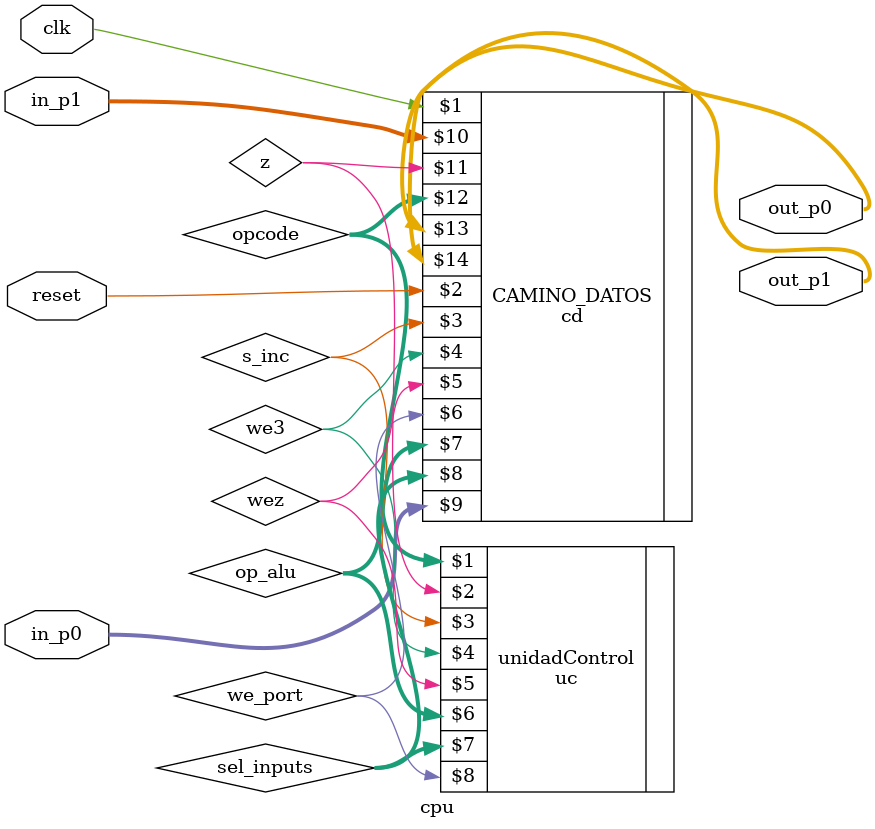
<source format=v>
module cpu(input wire clk, reset, input wire [7:0] in_p0, in_p1, output wire [7:0] out_p0, out_p1);
//Procesador sin memoria de datos de un solo ciclo

wire [5:0] opcode;
wire [2:0] op_alu;
wire [1:0] sel_inputs;
wire s_inc, s_inm, we3, wez, z, we_port;

uc unidadControl(opcode, z, s_inc,we3, wez, op_alu, sel_inputs, we_port);

// cd caminoDatos(clk, reset,s_inc,s_inm,we3, wez, op_alu,z,opcode);

cd CAMINO_DATOS(clk, reset, s_inc, we3, wez, we_port, op_alu, sel_inputs, in_p0, in_p1, z, opcode, out_p0, out_p1);

endmodule

</source>
